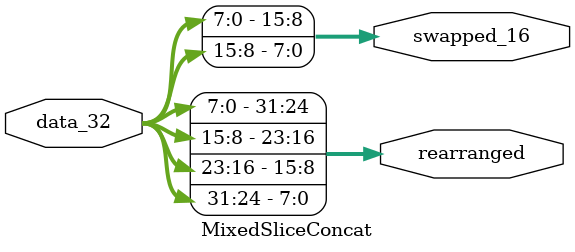
<source format=sv>

module BitSlicing (
    input logic [15:0] data_16,
    output logic [7:0] high_byte,
    output logic [7:0] low_byte,
    output logic [3:0] nibble,
    output logic single_bit
);
    always_comb begin
        high_byte = data_16[15:8];
        low_byte = data_16[7:0];
        nibble = data_16[11:8];
        single_bit = data_16[0];
    end
endmodule

module BitConcat (
    input logic [3:0] a,
    input logic [3:0] b,
    input logic [7:0] c,
    input logic sel,
    output logic [7:0] concat_8,
    output logic [15:0] concat_16,
    output logic [9:0] concat_with_const
);
    always_comb begin
        concat_8 = {a, b};
        concat_16 = {a, b, c};
        concat_with_const = {sel, 1'd0, c};
    end
endmodule

module MixedSliceConcat (
    input logic [31:0] data_32,
    output logic [31:0] rearranged,
    output logic [15:0] swapped_16
);
    always_comb begin
        rearranged = {data_32[7:0], data_32[15:8], data_32[23:16], data_32[31:24]};
        swapped_16 = {data_32[7:0], data_32[15:8]};
    end
endmodule
</source>
